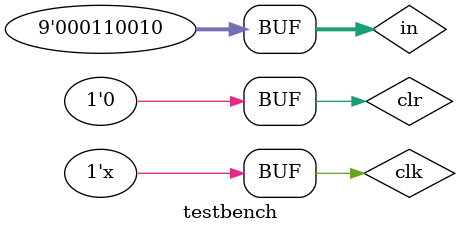
<source format=v>
`timescale 1ns / 1ps


module testbench;

	// Inputs
	reg clk;
	reg clr;
	reg [8:0] in;

	// Outputs
	wire out;

	// Instantiate the Unit Under Test (UUT)
	string uut (
		.clk(clk), 
		.clr(clr), 
		.in(in), 
		.out(out)
	);

	initial begin
		// Initialize Inputs
		clk = 0;
		clr = 0;
		in = "2";
		#10;
		in = "*";
		#10;
		in = "1";
		#10;
		in = "+";
		#10;
		in = "3";
		#7;
		clr = 1;
		#10;
		clr = 0;
		#10;
		in = "2";

		// Wait 100 ns for global reset to finish
        
		// Add stimulus here

	end
	always #5 clk = ~clk;
endmodule


</source>
